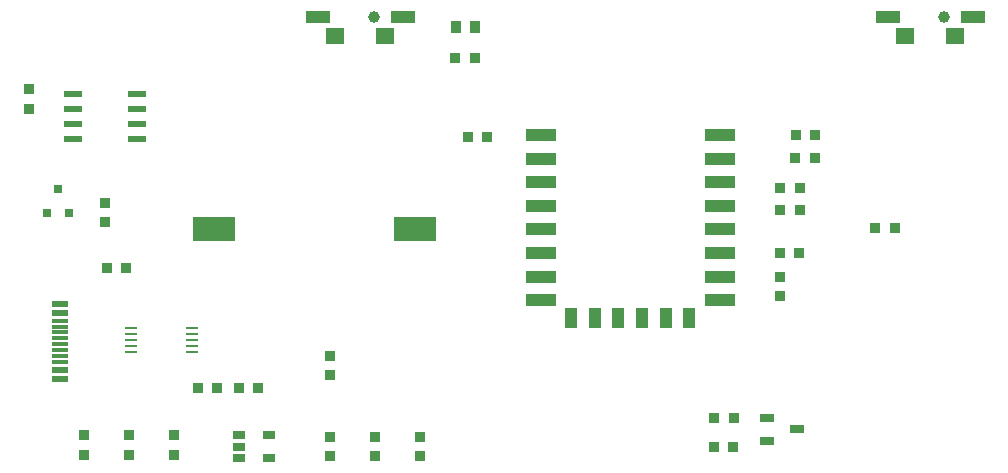
<source format=gbr>
G04 #@! TF.GenerationSoftware,KiCad,Pcbnew,(5.1.4)-1*
G04 #@! TF.CreationDate,2019-12-25T11:40:04+08:00*
G04 #@! TF.ProjectId,matrix_control_main,6d617472-6978-45f6-936f-6e74726f6c5f,rev?*
G04 #@! TF.SameCoordinates,Original*
G04 #@! TF.FileFunction,Paste,Top*
G04 #@! TF.FilePolarity,Positive*
%FSLAX46Y46*%
G04 Gerber Fmt 4.6, Leading zero omitted, Abs format (unit mm)*
G04 Created by KiCad (PCBNEW (5.1.4)-1) date 2019-12-25 11:40:04*
%MOMM*%
%LPD*%
G04 APERTURE LIST*
%ADD10R,1.550000X0.600000*%
%ADD11R,3.600000X2.000000*%
%ADD12R,0.800100X0.800100*%
%ADD13R,1.400000X0.300000*%
%ADD14R,1.400000X0.600000*%
%ADD15R,0.965000X0.920000*%
%ADD16R,0.920000X0.965000*%
%ADD17R,1.500000X1.400000*%
%ADD18R,2.000000X1.000000*%
%ADD19C,1.000000*%
%ADD20R,2.500000X1.000000*%
%ADD21R,1.000000X1.800000*%
%ADD22R,0.930000X0.980000*%
%ADD23R,1.250000X0.700000*%
%ADD24R,1.100000X0.250000*%
%ADD25R,1.060000X0.650000*%
G04 APERTURE END LIST*
D10*
X90010000Y-86995000D03*
X90010000Y-88265000D03*
X90010000Y-89535000D03*
X90010000Y-90805000D03*
X95410000Y-90805000D03*
X95410000Y-89535000D03*
X95410000Y-88265000D03*
X95410000Y-86995000D03*
D11*
X118908720Y-98463100D03*
X101908720Y-98463100D03*
D12*
X87762040Y-97073720D03*
X89662040Y-97073720D03*
X88712040Y-95074740D03*
D13*
X88900000Y-107700000D03*
D14*
X88900000Y-105550000D03*
D13*
X88900000Y-106200000D03*
X88900000Y-109200000D03*
X88900000Y-107200000D03*
D14*
X88900000Y-104750000D03*
X88900000Y-110350000D03*
D13*
X88900000Y-108700000D03*
X88900000Y-106700000D03*
D14*
X88900000Y-111150000D03*
D13*
X88900000Y-108200000D03*
X88900000Y-109700000D03*
D15*
X149855340Y-94927420D03*
X151495340Y-94927420D03*
X151503380Y-96822260D03*
X149863380Y-96822260D03*
D16*
X86288880Y-86612300D03*
X86288880Y-88252300D03*
X111760000Y-110820000D03*
X111760000Y-109180000D03*
X149860000Y-104140000D03*
X149860000Y-102500000D03*
D15*
X151125340Y-92443300D03*
X152765340Y-92443300D03*
X152790740Y-90479880D03*
X151150740Y-90479880D03*
X104008340Y-111907320D03*
X105648340Y-111907320D03*
X100543780Y-111907320D03*
X102183780Y-111907320D03*
D17*
X116412720Y-82111800D03*
X112187280Y-82111800D03*
D18*
X117881400Y-80448200D03*
X110718600Y-80448200D03*
D19*
X115462710Y-80511800D03*
X163722710Y-80511800D03*
D18*
X158978600Y-80448200D03*
X166141400Y-80448200D03*
D17*
X160447280Y-82111800D03*
X164672720Y-82111800D03*
D20*
X129560000Y-90480000D03*
X129560000Y-92480000D03*
X129560000Y-94480000D03*
X129560000Y-96480000D03*
X129560000Y-98480000D03*
X129560000Y-100480000D03*
X129560000Y-102480000D03*
X129560000Y-104480000D03*
D21*
X132160000Y-105980000D03*
X134160000Y-105980000D03*
X136160000Y-105980000D03*
X138160000Y-105980000D03*
X140160000Y-105980000D03*
X142160000Y-105980000D03*
D20*
X144760000Y-104480000D03*
X144760000Y-102480000D03*
X144760000Y-100480000D03*
X144760000Y-98480000D03*
X144760000Y-96480000D03*
X144760000Y-94480000D03*
X144760000Y-92480000D03*
X144760000Y-90480000D03*
D15*
X123424100Y-90688160D03*
X125064100Y-90688160D03*
X94484620Y-101754940D03*
X92844620Y-101754940D03*
D16*
X92704920Y-97883980D03*
X92704920Y-96243980D03*
X90870000Y-115910000D03*
X90870000Y-117550000D03*
X94680000Y-115910000D03*
X94680000Y-117550000D03*
X98490000Y-115910000D03*
X98490000Y-117550000D03*
X111760000Y-117660000D03*
X111760000Y-116020000D03*
X115570000Y-116020000D03*
X115570000Y-117660000D03*
X119380000Y-117660000D03*
X119380000Y-116020000D03*
D22*
X122435240Y-81343500D03*
X123975240Y-81343500D03*
D23*
X148742080Y-114454900D03*
X148742080Y-116354900D03*
X151242080Y-115404900D03*
D15*
X144275380Y-114439700D03*
X145915380Y-114439700D03*
X144231360Y-116885720D03*
X145871360Y-116885720D03*
X123984600Y-83987640D03*
X122344600Y-83987640D03*
X157894440Y-98376740D03*
X159534440Y-98376740D03*
X151434380Y-100487480D03*
X149794380Y-100487480D03*
D24*
X94917420Y-106817920D03*
X94917420Y-107317920D03*
X94917420Y-107817920D03*
X94917420Y-108317920D03*
X94917420Y-108817920D03*
X100017420Y-108817920D03*
X100017420Y-108317920D03*
X100017420Y-107817920D03*
X100017420Y-107317920D03*
X100017420Y-106817920D03*
D25*
X104008400Y-115907780D03*
X104008400Y-116857780D03*
X104008400Y-117807780D03*
X106608400Y-117807780D03*
X106608400Y-115907780D03*
M02*

</source>
